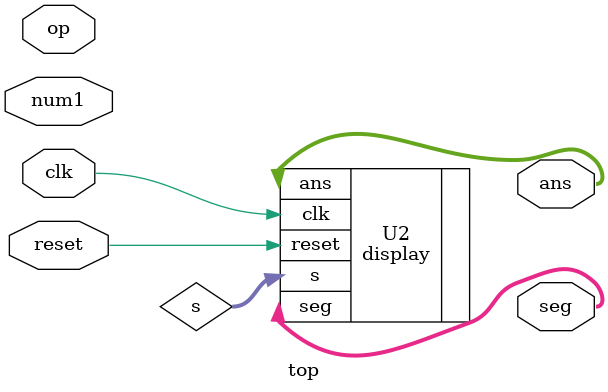
<source format=v>
`timescale 1ns / 1ps


module top(
    input clk,
    input reset,
    input [2:0] op,
    input [7:0] num1,
    output [7:0] ans,
    output [6:0] seg
    );

    wire [31:0] s;
    ALU_test U1(.num1(num1),.op(op),.result(result));
    display U2(.clk(clk),.reset(reset),.s(s),.seg(seg),.ans(ans));
endmodule

</source>
